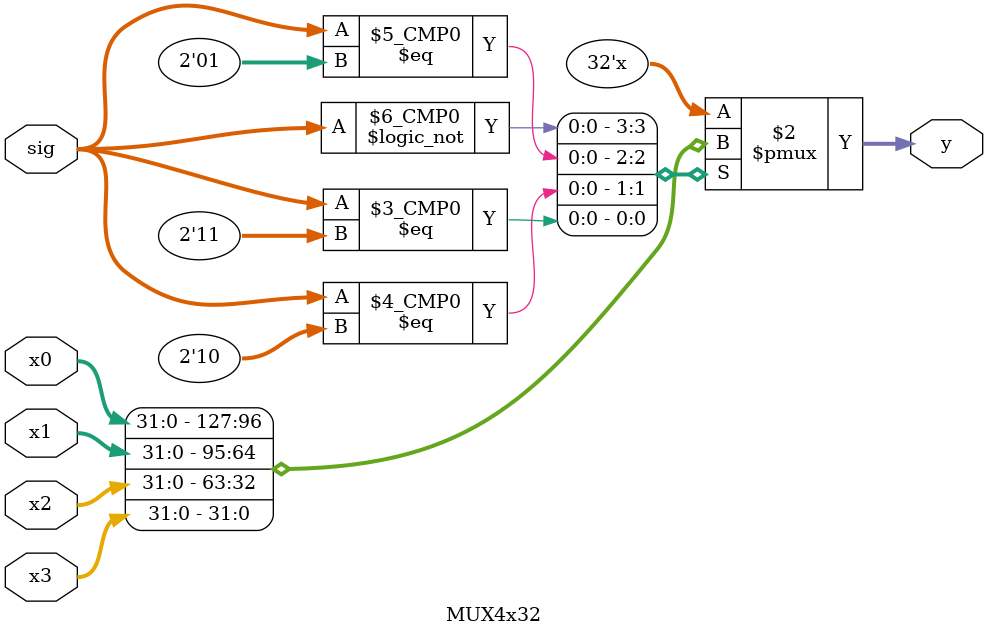
<source format=v>
`timescale 1ns / 1ns

module MUX3x32(x0,x1,x2,sig,y);
input [31:0] x0;
input [31:0] x1;
input [31:0] x2;
input [1:0] sig;
output [31:0] y;

function  [31:0] select;
    input [31:0] x0,x1,x2;
    input [1:0]sig;
    case(sig)
        2'b00: select=x0;
        2'b01: select=x1;
        2'b10: select=x2;
    endcase
endfunction

assign y=select(x0,x1,x2,sig);
endmodule

module MUX3x5(x0,x1,x2,sig,y);
input [4:0] x0,x1,x2;
input [1:0] sig;
output [4:0] y;

function  [4:0] select;
    input [4:0] x0,x1,x2;
    input [1:0] sig;
    case(sig)
        2'b00:select=x0;//rt
        2'b01:select=x1;//rd
        2'b10:select=x2;
        2'b11:select=(x1==0)?x2:x1;
    endcase
endfunction

assign y=select(x0,x1,x2,sig);
endmodule

module MUX2x32(x0,x1,sig,y);
input [31:0]x0,x1;
input sig;
output [31:0] y;
assign y=sig?x1:x0;
endmodule

module MUX4x32(x0,x1,x2,x3,sig,y);
input [31:0] x0,x1,x2,x3;
input [1:0]sig;
output reg[31:0] y;
always @ (x0 or x1 or x2 or x3 or sig)
begin
    case(sig)
    2'b00:y=x0;
    2'b01:y=x1;
    2'b10:y=x2;
    2'b11:y=x3;
    endcase
    //$display("select %h",y);
end
endmodule



</source>
